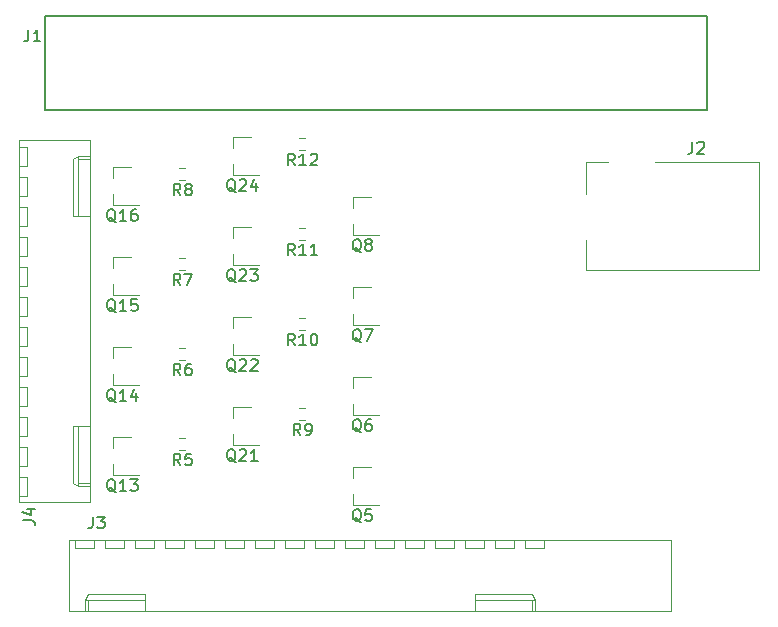
<source format=gto>
G04 #@! TF.FileFunction,Legend,Top*
%FSLAX46Y46*%
G04 Gerber Fmt 4.6, Leading zero omitted, Abs format (unit mm)*
G04 Created by KiCad (PCBNEW 4.0.7) date Tuesday, October 31, 2017 'AMt' 08:43:51 AM*
%MOMM*%
%LPD*%
G01*
G04 APERTURE LIST*
%ADD10C,0.100000*%
%ADD11C,0.150000*%
%ADD12C,0.120000*%
G04 APERTURE END LIST*
D10*
D11*
X84900000Y-59610000D02*
X84900000Y-51610000D01*
X140900000Y-59610000D02*
X84900000Y-59610000D01*
X140900000Y-51610000D02*
X140900000Y-59610000D01*
X84900000Y-51610000D02*
X140900000Y-51610000D01*
D12*
X106430000Y-63014000D02*
X106930000Y-63014000D01*
X106930000Y-61954000D02*
X106430000Y-61954000D01*
X106430000Y-70634000D02*
X106930000Y-70634000D01*
X106930000Y-69574000D02*
X106430000Y-69574000D01*
X106430000Y-78254000D02*
X106930000Y-78254000D01*
X106930000Y-77194000D02*
X106430000Y-77194000D01*
X106430000Y-85874000D02*
X106930000Y-85874000D01*
X106930000Y-84814000D02*
X106430000Y-84814000D01*
X96270000Y-65554000D02*
X96770000Y-65554000D01*
X96770000Y-64494000D02*
X96270000Y-64494000D01*
X96270000Y-73174000D02*
X96770000Y-73174000D01*
X96770000Y-72114000D02*
X96270000Y-72114000D01*
X96270000Y-80794000D02*
X96770000Y-80794000D01*
X96770000Y-79734000D02*
X96270000Y-79734000D01*
X96270000Y-88414000D02*
X96770000Y-88414000D01*
X96770000Y-87354000D02*
X96270000Y-87354000D01*
X100840000Y-61920000D02*
X100840000Y-62850000D01*
X100840000Y-65080000D02*
X100840000Y-64150000D01*
X100840000Y-65080000D02*
X103000000Y-65080000D01*
X100840000Y-61920000D02*
X102300000Y-61920000D01*
X100840000Y-69540000D02*
X100840000Y-70470000D01*
X100840000Y-72700000D02*
X100840000Y-71770000D01*
X100840000Y-72700000D02*
X103000000Y-72700000D01*
X100840000Y-69540000D02*
X102300000Y-69540000D01*
X100840000Y-77160000D02*
X100840000Y-78090000D01*
X100840000Y-80320000D02*
X100840000Y-79390000D01*
X100840000Y-80320000D02*
X103000000Y-80320000D01*
X100840000Y-77160000D02*
X102300000Y-77160000D01*
X100840000Y-84780000D02*
X100840000Y-85710000D01*
X100840000Y-87940000D02*
X100840000Y-87010000D01*
X100840000Y-87940000D02*
X103000000Y-87940000D01*
X100840000Y-84780000D02*
X102300000Y-84780000D01*
X90680000Y-64460000D02*
X90680000Y-65390000D01*
X90680000Y-67620000D02*
X90680000Y-66690000D01*
X90680000Y-67620000D02*
X92840000Y-67620000D01*
X90680000Y-64460000D02*
X92140000Y-64460000D01*
X90680000Y-72080000D02*
X90680000Y-73010000D01*
X90680000Y-75240000D02*
X90680000Y-74310000D01*
X90680000Y-75240000D02*
X92840000Y-75240000D01*
X90680000Y-72080000D02*
X92140000Y-72080000D01*
X90680000Y-79700000D02*
X90680000Y-80630000D01*
X90680000Y-82860000D02*
X90680000Y-81930000D01*
X90680000Y-82860000D02*
X92840000Y-82860000D01*
X90680000Y-79700000D02*
X92140000Y-79700000D01*
X90680000Y-87320000D02*
X90680000Y-88250000D01*
X90680000Y-90480000D02*
X90680000Y-89550000D01*
X90680000Y-90480000D02*
X92840000Y-90480000D01*
X90680000Y-87320000D02*
X92140000Y-87320000D01*
X111000000Y-67000000D02*
X111000000Y-67930000D01*
X111000000Y-70160000D02*
X111000000Y-69230000D01*
X111000000Y-70160000D02*
X113160000Y-70160000D01*
X111000000Y-67000000D02*
X112460000Y-67000000D01*
X111000000Y-74620000D02*
X111000000Y-75550000D01*
X111000000Y-77780000D02*
X111000000Y-76850000D01*
X111000000Y-77780000D02*
X113160000Y-77780000D01*
X111000000Y-74620000D02*
X112460000Y-74620000D01*
X111000000Y-82240000D02*
X111000000Y-83170000D01*
X111000000Y-85400000D02*
X111000000Y-84470000D01*
X111000000Y-85400000D02*
X113160000Y-85400000D01*
X111000000Y-82240000D02*
X112460000Y-82240000D01*
X111000000Y-89860000D02*
X111000000Y-90790000D01*
X111000000Y-93020000D02*
X111000000Y-92090000D01*
X111000000Y-93020000D02*
X113160000Y-93020000D01*
X111000000Y-89860000D02*
X112460000Y-89860000D01*
X82705000Y-92810000D02*
X88705000Y-92810000D01*
X88705000Y-92810000D02*
X88705000Y-62130000D01*
X88705000Y-62130000D02*
X82705000Y-62130000D01*
X82705000Y-62130000D02*
X82705000Y-92810000D01*
X88705000Y-91440000D02*
X87705000Y-91440000D01*
X87705000Y-91440000D02*
X87705000Y-86360000D01*
X87705000Y-86360000D02*
X88705000Y-86360000D01*
X87705000Y-91440000D02*
X87275000Y-91190000D01*
X87275000Y-91190000D02*
X87275000Y-86360000D01*
X87275000Y-86360000D02*
X87705000Y-86360000D01*
X88705000Y-91190000D02*
X87705000Y-91190000D01*
X88705000Y-63500000D02*
X87705000Y-63500000D01*
X87705000Y-63500000D02*
X87705000Y-68580000D01*
X87705000Y-68580000D02*
X88705000Y-68580000D01*
X87705000Y-63500000D02*
X87275000Y-63750000D01*
X87275000Y-63750000D02*
X87275000Y-68580000D01*
X87275000Y-68580000D02*
X87705000Y-68580000D01*
X88705000Y-63750000D02*
X87705000Y-63750000D01*
X82705000Y-92240000D02*
X83325000Y-92240000D01*
X83325000Y-92240000D02*
X83325000Y-90640000D01*
X83325000Y-90640000D02*
X82705000Y-90640000D01*
X82705000Y-89700000D02*
X83325000Y-89700000D01*
X83325000Y-89700000D02*
X83325000Y-88100000D01*
X83325000Y-88100000D02*
X82705000Y-88100000D01*
X82705000Y-87160000D02*
X83325000Y-87160000D01*
X83325000Y-87160000D02*
X83325000Y-85560000D01*
X83325000Y-85560000D02*
X82705000Y-85560000D01*
X82705000Y-84620000D02*
X83325000Y-84620000D01*
X83325000Y-84620000D02*
X83325000Y-83020000D01*
X83325000Y-83020000D02*
X82705000Y-83020000D01*
X82705000Y-82080000D02*
X83325000Y-82080000D01*
X83325000Y-82080000D02*
X83325000Y-80480000D01*
X83325000Y-80480000D02*
X82705000Y-80480000D01*
X82705000Y-79540000D02*
X83325000Y-79540000D01*
X83325000Y-79540000D02*
X83325000Y-77940000D01*
X83325000Y-77940000D02*
X82705000Y-77940000D01*
X82705000Y-77000000D02*
X83325000Y-77000000D01*
X83325000Y-77000000D02*
X83325000Y-75400000D01*
X83325000Y-75400000D02*
X82705000Y-75400000D01*
X82705000Y-74460000D02*
X83325000Y-74460000D01*
X83325000Y-74460000D02*
X83325000Y-72860000D01*
X83325000Y-72860000D02*
X82705000Y-72860000D01*
X82705000Y-71920000D02*
X83325000Y-71920000D01*
X83325000Y-71920000D02*
X83325000Y-70320000D01*
X83325000Y-70320000D02*
X82705000Y-70320000D01*
X82705000Y-69380000D02*
X83325000Y-69380000D01*
X83325000Y-69380000D02*
X83325000Y-67780000D01*
X83325000Y-67780000D02*
X82705000Y-67780000D01*
X82705000Y-66840000D02*
X83325000Y-66840000D01*
X83325000Y-66840000D02*
X83325000Y-65240000D01*
X83325000Y-65240000D02*
X82705000Y-65240000D01*
X82705000Y-64300000D02*
X83325000Y-64300000D01*
X83325000Y-64300000D02*
X83325000Y-62700000D01*
X83325000Y-62700000D02*
X82705000Y-62700000D01*
X86895000Y-96040000D02*
X86895000Y-102040000D01*
X86895000Y-102040000D02*
X137895000Y-102040000D01*
X137895000Y-102040000D02*
X137895000Y-96040000D01*
X137895000Y-96040000D02*
X86895000Y-96040000D01*
X88265000Y-102040000D02*
X88265000Y-101040000D01*
X88265000Y-101040000D02*
X93345000Y-101040000D01*
X93345000Y-101040000D02*
X93345000Y-102040000D01*
X88265000Y-101040000D02*
X88515000Y-100610000D01*
X88515000Y-100610000D02*
X93345000Y-100610000D01*
X93345000Y-100610000D02*
X93345000Y-101040000D01*
X88515000Y-102040000D02*
X88515000Y-101040000D01*
X126365000Y-102040000D02*
X126365000Y-101040000D01*
X126365000Y-101040000D02*
X121285000Y-101040000D01*
X121285000Y-101040000D02*
X121285000Y-102040000D01*
X126365000Y-101040000D02*
X126115000Y-100610000D01*
X126115000Y-100610000D02*
X121285000Y-100610000D01*
X121285000Y-100610000D02*
X121285000Y-101040000D01*
X126115000Y-102040000D02*
X126115000Y-101040000D01*
X87465000Y-96040000D02*
X87465000Y-96660000D01*
X87465000Y-96660000D02*
X89065000Y-96660000D01*
X89065000Y-96660000D02*
X89065000Y-96040000D01*
X90005000Y-96040000D02*
X90005000Y-96660000D01*
X90005000Y-96660000D02*
X91605000Y-96660000D01*
X91605000Y-96660000D02*
X91605000Y-96040000D01*
X92545000Y-96040000D02*
X92545000Y-96660000D01*
X92545000Y-96660000D02*
X94145000Y-96660000D01*
X94145000Y-96660000D02*
X94145000Y-96040000D01*
X95085000Y-96040000D02*
X95085000Y-96660000D01*
X95085000Y-96660000D02*
X96685000Y-96660000D01*
X96685000Y-96660000D02*
X96685000Y-96040000D01*
X97625000Y-96040000D02*
X97625000Y-96660000D01*
X97625000Y-96660000D02*
X99225000Y-96660000D01*
X99225000Y-96660000D02*
X99225000Y-96040000D01*
X100165000Y-96040000D02*
X100165000Y-96660000D01*
X100165000Y-96660000D02*
X101765000Y-96660000D01*
X101765000Y-96660000D02*
X101765000Y-96040000D01*
X102705000Y-96040000D02*
X102705000Y-96660000D01*
X102705000Y-96660000D02*
X104305000Y-96660000D01*
X104305000Y-96660000D02*
X104305000Y-96040000D01*
X105245000Y-96040000D02*
X105245000Y-96660000D01*
X105245000Y-96660000D02*
X106845000Y-96660000D01*
X106845000Y-96660000D02*
X106845000Y-96040000D01*
X107785000Y-96040000D02*
X107785000Y-96660000D01*
X107785000Y-96660000D02*
X109385000Y-96660000D01*
X109385000Y-96660000D02*
X109385000Y-96040000D01*
X110325000Y-96040000D02*
X110325000Y-96660000D01*
X110325000Y-96660000D02*
X111925000Y-96660000D01*
X111925000Y-96660000D02*
X111925000Y-96040000D01*
X112865000Y-96040000D02*
X112865000Y-96660000D01*
X112865000Y-96660000D02*
X114465000Y-96660000D01*
X114465000Y-96660000D02*
X114465000Y-96040000D01*
X115405000Y-96040000D02*
X115405000Y-96660000D01*
X115405000Y-96660000D02*
X117005000Y-96660000D01*
X117005000Y-96660000D02*
X117005000Y-96040000D01*
X117945000Y-96040000D02*
X117945000Y-96660000D01*
X117945000Y-96660000D02*
X119545000Y-96660000D01*
X119545000Y-96660000D02*
X119545000Y-96040000D01*
X120485000Y-96040000D02*
X120485000Y-96660000D01*
X120485000Y-96660000D02*
X122085000Y-96660000D01*
X122085000Y-96660000D02*
X122085000Y-96040000D01*
X123025000Y-96040000D02*
X123025000Y-96660000D01*
X123025000Y-96660000D02*
X124625000Y-96660000D01*
X124625000Y-96660000D02*
X124625000Y-96040000D01*
X125565000Y-96040000D02*
X125565000Y-96660000D01*
X125565000Y-96660000D02*
X127165000Y-96660000D01*
X127165000Y-96660000D02*
X127165000Y-96040000D01*
X136572000Y-63980000D02*
X145372000Y-63980000D01*
X145372000Y-63980000D02*
X145372000Y-73180000D01*
X130672000Y-66680000D02*
X130672000Y-63980000D01*
X130672000Y-63980000D02*
X132572000Y-63980000D01*
X145372000Y-73180000D02*
X130672000Y-73180000D01*
X130672000Y-73180000D02*
X130672000Y-70580000D01*
D11*
X83486667Y-52792381D02*
X83486667Y-53506667D01*
X83439047Y-53649524D01*
X83343809Y-53744762D01*
X83200952Y-53792381D01*
X83105714Y-53792381D01*
X84486667Y-53792381D02*
X83915238Y-53792381D01*
X84200952Y-53792381D02*
X84200952Y-52792381D01*
X84105714Y-52935238D01*
X84010476Y-53030476D01*
X83915238Y-53078095D01*
X106037143Y-64286381D02*
X105703809Y-63810190D01*
X105465714Y-64286381D02*
X105465714Y-63286381D01*
X105846667Y-63286381D01*
X105941905Y-63334000D01*
X105989524Y-63381619D01*
X106037143Y-63476857D01*
X106037143Y-63619714D01*
X105989524Y-63714952D01*
X105941905Y-63762571D01*
X105846667Y-63810190D01*
X105465714Y-63810190D01*
X106989524Y-64286381D02*
X106418095Y-64286381D01*
X106703809Y-64286381D02*
X106703809Y-63286381D01*
X106608571Y-63429238D01*
X106513333Y-63524476D01*
X106418095Y-63572095D01*
X107370476Y-63381619D02*
X107418095Y-63334000D01*
X107513333Y-63286381D01*
X107751429Y-63286381D01*
X107846667Y-63334000D01*
X107894286Y-63381619D01*
X107941905Y-63476857D01*
X107941905Y-63572095D01*
X107894286Y-63714952D01*
X107322857Y-64286381D01*
X107941905Y-64286381D01*
X106037143Y-71906381D02*
X105703809Y-71430190D01*
X105465714Y-71906381D02*
X105465714Y-70906381D01*
X105846667Y-70906381D01*
X105941905Y-70954000D01*
X105989524Y-71001619D01*
X106037143Y-71096857D01*
X106037143Y-71239714D01*
X105989524Y-71334952D01*
X105941905Y-71382571D01*
X105846667Y-71430190D01*
X105465714Y-71430190D01*
X106989524Y-71906381D02*
X106418095Y-71906381D01*
X106703809Y-71906381D02*
X106703809Y-70906381D01*
X106608571Y-71049238D01*
X106513333Y-71144476D01*
X106418095Y-71192095D01*
X107941905Y-71906381D02*
X107370476Y-71906381D01*
X107656190Y-71906381D02*
X107656190Y-70906381D01*
X107560952Y-71049238D01*
X107465714Y-71144476D01*
X107370476Y-71192095D01*
X106037143Y-79526381D02*
X105703809Y-79050190D01*
X105465714Y-79526381D02*
X105465714Y-78526381D01*
X105846667Y-78526381D01*
X105941905Y-78574000D01*
X105989524Y-78621619D01*
X106037143Y-78716857D01*
X106037143Y-78859714D01*
X105989524Y-78954952D01*
X105941905Y-79002571D01*
X105846667Y-79050190D01*
X105465714Y-79050190D01*
X106989524Y-79526381D02*
X106418095Y-79526381D01*
X106703809Y-79526381D02*
X106703809Y-78526381D01*
X106608571Y-78669238D01*
X106513333Y-78764476D01*
X106418095Y-78812095D01*
X107608571Y-78526381D02*
X107703810Y-78526381D01*
X107799048Y-78574000D01*
X107846667Y-78621619D01*
X107894286Y-78716857D01*
X107941905Y-78907333D01*
X107941905Y-79145429D01*
X107894286Y-79335905D01*
X107846667Y-79431143D01*
X107799048Y-79478762D01*
X107703810Y-79526381D01*
X107608571Y-79526381D01*
X107513333Y-79478762D01*
X107465714Y-79431143D01*
X107418095Y-79335905D01*
X107370476Y-79145429D01*
X107370476Y-78907333D01*
X107418095Y-78716857D01*
X107465714Y-78621619D01*
X107513333Y-78574000D01*
X107608571Y-78526381D01*
X106513334Y-87146381D02*
X106180000Y-86670190D01*
X105941905Y-87146381D02*
X105941905Y-86146381D01*
X106322858Y-86146381D01*
X106418096Y-86194000D01*
X106465715Y-86241619D01*
X106513334Y-86336857D01*
X106513334Y-86479714D01*
X106465715Y-86574952D01*
X106418096Y-86622571D01*
X106322858Y-86670190D01*
X105941905Y-86670190D01*
X106989524Y-87146381D02*
X107180000Y-87146381D01*
X107275239Y-87098762D01*
X107322858Y-87051143D01*
X107418096Y-86908286D01*
X107465715Y-86717810D01*
X107465715Y-86336857D01*
X107418096Y-86241619D01*
X107370477Y-86194000D01*
X107275239Y-86146381D01*
X107084762Y-86146381D01*
X106989524Y-86194000D01*
X106941905Y-86241619D01*
X106894286Y-86336857D01*
X106894286Y-86574952D01*
X106941905Y-86670190D01*
X106989524Y-86717810D01*
X107084762Y-86765429D01*
X107275239Y-86765429D01*
X107370477Y-86717810D01*
X107418096Y-86670190D01*
X107465715Y-86574952D01*
X96353334Y-66826381D02*
X96020000Y-66350190D01*
X95781905Y-66826381D02*
X95781905Y-65826381D01*
X96162858Y-65826381D01*
X96258096Y-65874000D01*
X96305715Y-65921619D01*
X96353334Y-66016857D01*
X96353334Y-66159714D01*
X96305715Y-66254952D01*
X96258096Y-66302571D01*
X96162858Y-66350190D01*
X95781905Y-66350190D01*
X96924762Y-66254952D02*
X96829524Y-66207333D01*
X96781905Y-66159714D01*
X96734286Y-66064476D01*
X96734286Y-66016857D01*
X96781905Y-65921619D01*
X96829524Y-65874000D01*
X96924762Y-65826381D01*
X97115239Y-65826381D01*
X97210477Y-65874000D01*
X97258096Y-65921619D01*
X97305715Y-66016857D01*
X97305715Y-66064476D01*
X97258096Y-66159714D01*
X97210477Y-66207333D01*
X97115239Y-66254952D01*
X96924762Y-66254952D01*
X96829524Y-66302571D01*
X96781905Y-66350190D01*
X96734286Y-66445429D01*
X96734286Y-66635905D01*
X96781905Y-66731143D01*
X96829524Y-66778762D01*
X96924762Y-66826381D01*
X97115239Y-66826381D01*
X97210477Y-66778762D01*
X97258096Y-66731143D01*
X97305715Y-66635905D01*
X97305715Y-66445429D01*
X97258096Y-66350190D01*
X97210477Y-66302571D01*
X97115239Y-66254952D01*
X96353334Y-74446381D02*
X96020000Y-73970190D01*
X95781905Y-74446381D02*
X95781905Y-73446381D01*
X96162858Y-73446381D01*
X96258096Y-73494000D01*
X96305715Y-73541619D01*
X96353334Y-73636857D01*
X96353334Y-73779714D01*
X96305715Y-73874952D01*
X96258096Y-73922571D01*
X96162858Y-73970190D01*
X95781905Y-73970190D01*
X96686667Y-73446381D02*
X97353334Y-73446381D01*
X96924762Y-74446381D01*
X96353334Y-82066381D02*
X96020000Y-81590190D01*
X95781905Y-82066381D02*
X95781905Y-81066381D01*
X96162858Y-81066381D01*
X96258096Y-81114000D01*
X96305715Y-81161619D01*
X96353334Y-81256857D01*
X96353334Y-81399714D01*
X96305715Y-81494952D01*
X96258096Y-81542571D01*
X96162858Y-81590190D01*
X95781905Y-81590190D01*
X97210477Y-81066381D02*
X97020000Y-81066381D01*
X96924762Y-81114000D01*
X96877143Y-81161619D01*
X96781905Y-81304476D01*
X96734286Y-81494952D01*
X96734286Y-81875905D01*
X96781905Y-81971143D01*
X96829524Y-82018762D01*
X96924762Y-82066381D01*
X97115239Y-82066381D01*
X97210477Y-82018762D01*
X97258096Y-81971143D01*
X97305715Y-81875905D01*
X97305715Y-81637810D01*
X97258096Y-81542571D01*
X97210477Y-81494952D01*
X97115239Y-81447333D01*
X96924762Y-81447333D01*
X96829524Y-81494952D01*
X96781905Y-81542571D01*
X96734286Y-81637810D01*
X96353334Y-89686381D02*
X96020000Y-89210190D01*
X95781905Y-89686381D02*
X95781905Y-88686381D01*
X96162858Y-88686381D01*
X96258096Y-88734000D01*
X96305715Y-88781619D01*
X96353334Y-88876857D01*
X96353334Y-89019714D01*
X96305715Y-89114952D01*
X96258096Y-89162571D01*
X96162858Y-89210190D01*
X95781905Y-89210190D01*
X97258096Y-88686381D02*
X96781905Y-88686381D01*
X96734286Y-89162571D01*
X96781905Y-89114952D01*
X96877143Y-89067333D01*
X97115239Y-89067333D01*
X97210477Y-89114952D01*
X97258096Y-89162571D01*
X97305715Y-89257810D01*
X97305715Y-89495905D01*
X97258096Y-89591143D01*
X97210477Y-89638762D01*
X97115239Y-89686381D01*
X96877143Y-89686381D01*
X96781905Y-89638762D01*
X96734286Y-89591143D01*
X101028572Y-66547619D02*
X100933334Y-66500000D01*
X100838096Y-66404762D01*
X100695239Y-66261905D01*
X100600000Y-66214286D01*
X100504762Y-66214286D01*
X100552381Y-66452381D02*
X100457143Y-66404762D01*
X100361905Y-66309524D01*
X100314286Y-66119048D01*
X100314286Y-65785714D01*
X100361905Y-65595238D01*
X100457143Y-65500000D01*
X100552381Y-65452381D01*
X100742858Y-65452381D01*
X100838096Y-65500000D01*
X100933334Y-65595238D01*
X100980953Y-65785714D01*
X100980953Y-66119048D01*
X100933334Y-66309524D01*
X100838096Y-66404762D01*
X100742858Y-66452381D01*
X100552381Y-66452381D01*
X101361905Y-65547619D02*
X101409524Y-65500000D01*
X101504762Y-65452381D01*
X101742858Y-65452381D01*
X101838096Y-65500000D01*
X101885715Y-65547619D01*
X101933334Y-65642857D01*
X101933334Y-65738095D01*
X101885715Y-65880952D01*
X101314286Y-66452381D01*
X101933334Y-66452381D01*
X102790477Y-65785714D02*
X102790477Y-66452381D01*
X102552381Y-65404762D02*
X102314286Y-66119048D01*
X102933334Y-66119048D01*
X101028572Y-74167619D02*
X100933334Y-74120000D01*
X100838096Y-74024762D01*
X100695239Y-73881905D01*
X100600000Y-73834286D01*
X100504762Y-73834286D01*
X100552381Y-74072381D02*
X100457143Y-74024762D01*
X100361905Y-73929524D01*
X100314286Y-73739048D01*
X100314286Y-73405714D01*
X100361905Y-73215238D01*
X100457143Y-73120000D01*
X100552381Y-73072381D01*
X100742858Y-73072381D01*
X100838096Y-73120000D01*
X100933334Y-73215238D01*
X100980953Y-73405714D01*
X100980953Y-73739048D01*
X100933334Y-73929524D01*
X100838096Y-74024762D01*
X100742858Y-74072381D01*
X100552381Y-74072381D01*
X101361905Y-73167619D02*
X101409524Y-73120000D01*
X101504762Y-73072381D01*
X101742858Y-73072381D01*
X101838096Y-73120000D01*
X101885715Y-73167619D01*
X101933334Y-73262857D01*
X101933334Y-73358095D01*
X101885715Y-73500952D01*
X101314286Y-74072381D01*
X101933334Y-74072381D01*
X102266667Y-73072381D02*
X102885715Y-73072381D01*
X102552381Y-73453333D01*
X102695239Y-73453333D01*
X102790477Y-73500952D01*
X102838096Y-73548571D01*
X102885715Y-73643810D01*
X102885715Y-73881905D01*
X102838096Y-73977143D01*
X102790477Y-74024762D01*
X102695239Y-74072381D01*
X102409524Y-74072381D01*
X102314286Y-74024762D01*
X102266667Y-73977143D01*
X101028572Y-81787619D02*
X100933334Y-81740000D01*
X100838096Y-81644762D01*
X100695239Y-81501905D01*
X100600000Y-81454286D01*
X100504762Y-81454286D01*
X100552381Y-81692381D02*
X100457143Y-81644762D01*
X100361905Y-81549524D01*
X100314286Y-81359048D01*
X100314286Y-81025714D01*
X100361905Y-80835238D01*
X100457143Y-80740000D01*
X100552381Y-80692381D01*
X100742858Y-80692381D01*
X100838096Y-80740000D01*
X100933334Y-80835238D01*
X100980953Y-81025714D01*
X100980953Y-81359048D01*
X100933334Y-81549524D01*
X100838096Y-81644762D01*
X100742858Y-81692381D01*
X100552381Y-81692381D01*
X101361905Y-80787619D02*
X101409524Y-80740000D01*
X101504762Y-80692381D01*
X101742858Y-80692381D01*
X101838096Y-80740000D01*
X101885715Y-80787619D01*
X101933334Y-80882857D01*
X101933334Y-80978095D01*
X101885715Y-81120952D01*
X101314286Y-81692381D01*
X101933334Y-81692381D01*
X102314286Y-80787619D02*
X102361905Y-80740000D01*
X102457143Y-80692381D01*
X102695239Y-80692381D01*
X102790477Y-80740000D01*
X102838096Y-80787619D01*
X102885715Y-80882857D01*
X102885715Y-80978095D01*
X102838096Y-81120952D01*
X102266667Y-81692381D01*
X102885715Y-81692381D01*
X101028572Y-89407619D02*
X100933334Y-89360000D01*
X100838096Y-89264762D01*
X100695239Y-89121905D01*
X100600000Y-89074286D01*
X100504762Y-89074286D01*
X100552381Y-89312381D02*
X100457143Y-89264762D01*
X100361905Y-89169524D01*
X100314286Y-88979048D01*
X100314286Y-88645714D01*
X100361905Y-88455238D01*
X100457143Y-88360000D01*
X100552381Y-88312381D01*
X100742858Y-88312381D01*
X100838096Y-88360000D01*
X100933334Y-88455238D01*
X100980953Y-88645714D01*
X100980953Y-88979048D01*
X100933334Y-89169524D01*
X100838096Y-89264762D01*
X100742858Y-89312381D01*
X100552381Y-89312381D01*
X101361905Y-88407619D02*
X101409524Y-88360000D01*
X101504762Y-88312381D01*
X101742858Y-88312381D01*
X101838096Y-88360000D01*
X101885715Y-88407619D01*
X101933334Y-88502857D01*
X101933334Y-88598095D01*
X101885715Y-88740952D01*
X101314286Y-89312381D01*
X101933334Y-89312381D01*
X102885715Y-89312381D02*
X102314286Y-89312381D01*
X102600000Y-89312381D02*
X102600000Y-88312381D01*
X102504762Y-88455238D01*
X102409524Y-88550476D01*
X102314286Y-88598095D01*
X90868572Y-69087619D02*
X90773334Y-69040000D01*
X90678096Y-68944762D01*
X90535239Y-68801905D01*
X90440000Y-68754286D01*
X90344762Y-68754286D01*
X90392381Y-68992381D02*
X90297143Y-68944762D01*
X90201905Y-68849524D01*
X90154286Y-68659048D01*
X90154286Y-68325714D01*
X90201905Y-68135238D01*
X90297143Y-68040000D01*
X90392381Y-67992381D01*
X90582858Y-67992381D01*
X90678096Y-68040000D01*
X90773334Y-68135238D01*
X90820953Y-68325714D01*
X90820953Y-68659048D01*
X90773334Y-68849524D01*
X90678096Y-68944762D01*
X90582858Y-68992381D01*
X90392381Y-68992381D01*
X91773334Y-68992381D02*
X91201905Y-68992381D01*
X91487619Y-68992381D02*
X91487619Y-67992381D01*
X91392381Y-68135238D01*
X91297143Y-68230476D01*
X91201905Y-68278095D01*
X92630477Y-67992381D02*
X92440000Y-67992381D01*
X92344762Y-68040000D01*
X92297143Y-68087619D01*
X92201905Y-68230476D01*
X92154286Y-68420952D01*
X92154286Y-68801905D01*
X92201905Y-68897143D01*
X92249524Y-68944762D01*
X92344762Y-68992381D01*
X92535239Y-68992381D01*
X92630477Y-68944762D01*
X92678096Y-68897143D01*
X92725715Y-68801905D01*
X92725715Y-68563810D01*
X92678096Y-68468571D01*
X92630477Y-68420952D01*
X92535239Y-68373333D01*
X92344762Y-68373333D01*
X92249524Y-68420952D01*
X92201905Y-68468571D01*
X92154286Y-68563810D01*
X90868572Y-76707619D02*
X90773334Y-76660000D01*
X90678096Y-76564762D01*
X90535239Y-76421905D01*
X90440000Y-76374286D01*
X90344762Y-76374286D01*
X90392381Y-76612381D02*
X90297143Y-76564762D01*
X90201905Y-76469524D01*
X90154286Y-76279048D01*
X90154286Y-75945714D01*
X90201905Y-75755238D01*
X90297143Y-75660000D01*
X90392381Y-75612381D01*
X90582858Y-75612381D01*
X90678096Y-75660000D01*
X90773334Y-75755238D01*
X90820953Y-75945714D01*
X90820953Y-76279048D01*
X90773334Y-76469524D01*
X90678096Y-76564762D01*
X90582858Y-76612381D01*
X90392381Y-76612381D01*
X91773334Y-76612381D02*
X91201905Y-76612381D01*
X91487619Y-76612381D02*
X91487619Y-75612381D01*
X91392381Y-75755238D01*
X91297143Y-75850476D01*
X91201905Y-75898095D01*
X92678096Y-75612381D02*
X92201905Y-75612381D01*
X92154286Y-76088571D01*
X92201905Y-76040952D01*
X92297143Y-75993333D01*
X92535239Y-75993333D01*
X92630477Y-76040952D01*
X92678096Y-76088571D01*
X92725715Y-76183810D01*
X92725715Y-76421905D01*
X92678096Y-76517143D01*
X92630477Y-76564762D01*
X92535239Y-76612381D01*
X92297143Y-76612381D01*
X92201905Y-76564762D01*
X92154286Y-76517143D01*
X90868572Y-84327619D02*
X90773334Y-84280000D01*
X90678096Y-84184762D01*
X90535239Y-84041905D01*
X90440000Y-83994286D01*
X90344762Y-83994286D01*
X90392381Y-84232381D02*
X90297143Y-84184762D01*
X90201905Y-84089524D01*
X90154286Y-83899048D01*
X90154286Y-83565714D01*
X90201905Y-83375238D01*
X90297143Y-83280000D01*
X90392381Y-83232381D01*
X90582858Y-83232381D01*
X90678096Y-83280000D01*
X90773334Y-83375238D01*
X90820953Y-83565714D01*
X90820953Y-83899048D01*
X90773334Y-84089524D01*
X90678096Y-84184762D01*
X90582858Y-84232381D01*
X90392381Y-84232381D01*
X91773334Y-84232381D02*
X91201905Y-84232381D01*
X91487619Y-84232381D02*
X91487619Y-83232381D01*
X91392381Y-83375238D01*
X91297143Y-83470476D01*
X91201905Y-83518095D01*
X92630477Y-83565714D02*
X92630477Y-84232381D01*
X92392381Y-83184762D02*
X92154286Y-83899048D01*
X92773334Y-83899048D01*
X90868572Y-91947619D02*
X90773334Y-91900000D01*
X90678096Y-91804762D01*
X90535239Y-91661905D01*
X90440000Y-91614286D01*
X90344762Y-91614286D01*
X90392381Y-91852381D02*
X90297143Y-91804762D01*
X90201905Y-91709524D01*
X90154286Y-91519048D01*
X90154286Y-91185714D01*
X90201905Y-90995238D01*
X90297143Y-90900000D01*
X90392381Y-90852381D01*
X90582858Y-90852381D01*
X90678096Y-90900000D01*
X90773334Y-90995238D01*
X90820953Y-91185714D01*
X90820953Y-91519048D01*
X90773334Y-91709524D01*
X90678096Y-91804762D01*
X90582858Y-91852381D01*
X90392381Y-91852381D01*
X91773334Y-91852381D02*
X91201905Y-91852381D01*
X91487619Y-91852381D02*
X91487619Y-90852381D01*
X91392381Y-90995238D01*
X91297143Y-91090476D01*
X91201905Y-91138095D01*
X92106667Y-90852381D02*
X92725715Y-90852381D01*
X92392381Y-91233333D01*
X92535239Y-91233333D01*
X92630477Y-91280952D01*
X92678096Y-91328571D01*
X92725715Y-91423810D01*
X92725715Y-91661905D01*
X92678096Y-91757143D01*
X92630477Y-91804762D01*
X92535239Y-91852381D01*
X92249524Y-91852381D01*
X92154286Y-91804762D01*
X92106667Y-91757143D01*
X111664762Y-71627619D02*
X111569524Y-71580000D01*
X111474286Y-71484762D01*
X111331429Y-71341905D01*
X111236190Y-71294286D01*
X111140952Y-71294286D01*
X111188571Y-71532381D02*
X111093333Y-71484762D01*
X110998095Y-71389524D01*
X110950476Y-71199048D01*
X110950476Y-70865714D01*
X110998095Y-70675238D01*
X111093333Y-70580000D01*
X111188571Y-70532381D01*
X111379048Y-70532381D01*
X111474286Y-70580000D01*
X111569524Y-70675238D01*
X111617143Y-70865714D01*
X111617143Y-71199048D01*
X111569524Y-71389524D01*
X111474286Y-71484762D01*
X111379048Y-71532381D01*
X111188571Y-71532381D01*
X112188571Y-70960952D02*
X112093333Y-70913333D01*
X112045714Y-70865714D01*
X111998095Y-70770476D01*
X111998095Y-70722857D01*
X112045714Y-70627619D01*
X112093333Y-70580000D01*
X112188571Y-70532381D01*
X112379048Y-70532381D01*
X112474286Y-70580000D01*
X112521905Y-70627619D01*
X112569524Y-70722857D01*
X112569524Y-70770476D01*
X112521905Y-70865714D01*
X112474286Y-70913333D01*
X112379048Y-70960952D01*
X112188571Y-70960952D01*
X112093333Y-71008571D01*
X112045714Y-71056190D01*
X111998095Y-71151429D01*
X111998095Y-71341905D01*
X112045714Y-71437143D01*
X112093333Y-71484762D01*
X112188571Y-71532381D01*
X112379048Y-71532381D01*
X112474286Y-71484762D01*
X112521905Y-71437143D01*
X112569524Y-71341905D01*
X112569524Y-71151429D01*
X112521905Y-71056190D01*
X112474286Y-71008571D01*
X112379048Y-70960952D01*
X111664762Y-79247619D02*
X111569524Y-79200000D01*
X111474286Y-79104762D01*
X111331429Y-78961905D01*
X111236190Y-78914286D01*
X111140952Y-78914286D01*
X111188571Y-79152381D02*
X111093333Y-79104762D01*
X110998095Y-79009524D01*
X110950476Y-78819048D01*
X110950476Y-78485714D01*
X110998095Y-78295238D01*
X111093333Y-78200000D01*
X111188571Y-78152381D01*
X111379048Y-78152381D01*
X111474286Y-78200000D01*
X111569524Y-78295238D01*
X111617143Y-78485714D01*
X111617143Y-78819048D01*
X111569524Y-79009524D01*
X111474286Y-79104762D01*
X111379048Y-79152381D01*
X111188571Y-79152381D01*
X111950476Y-78152381D02*
X112617143Y-78152381D01*
X112188571Y-79152381D01*
X111664762Y-86867619D02*
X111569524Y-86820000D01*
X111474286Y-86724762D01*
X111331429Y-86581905D01*
X111236190Y-86534286D01*
X111140952Y-86534286D01*
X111188571Y-86772381D02*
X111093333Y-86724762D01*
X110998095Y-86629524D01*
X110950476Y-86439048D01*
X110950476Y-86105714D01*
X110998095Y-85915238D01*
X111093333Y-85820000D01*
X111188571Y-85772381D01*
X111379048Y-85772381D01*
X111474286Y-85820000D01*
X111569524Y-85915238D01*
X111617143Y-86105714D01*
X111617143Y-86439048D01*
X111569524Y-86629524D01*
X111474286Y-86724762D01*
X111379048Y-86772381D01*
X111188571Y-86772381D01*
X112474286Y-85772381D02*
X112283809Y-85772381D01*
X112188571Y-85820000D01*
X112140952Y-85867619D01*
X112045714Y-86010476D01*
X111998095Y-86200952D01*
X111998095Y-86581905D01*
X112045714Y-86677143D01*
X112093333Y-86724762D01*
X112188571Y-86772381D01*
X112379048Y-86772381D01*
X112474286Y-86724762D01*
X112521905Y-86677143D01*
X112569524Y-86581905D01*
X112569524Y-86343810D01*
X112521905Y-86248571D01*
X112474286Y-86200952D01*
X112379048Y-86153333D01*
X112188571Y-86153333D01*
X112093333Y-86200952D01*
X112045714Y-86248571D01*
X111998095Y-86343810D01*
X111664762Y-94487619D02*
X111569524Y-94440000D01*
X111474286Y-94344762D01*
X111331429Y-94201905D01*
X111236190Y-94154286D01*
X111140952Y-94154286D01*
X111188571Y-94392381D02*
X111093333Y-94344762D01*
X110998095Y-94249524D01*
X110950476Y-94059048D01*
X110950476Y-93725714D01*
X110998095Y-93535238D01*
X111093333Y-93440000D01*
X111188571Y-93392381D01*
X111379048Y-93392381D01*
X111474286Y-93440000D01*
X111569524Y-93535238D01*
X111617143Y-93725714D01*
X111617143Y-94059048D01*
X111569524Y-94249524D01*
X111474286Y-94344762D01*
X111379048Y-94392381D01*
X111188571Y-94392381D01*
X112521905Y-93392381D02*
X112045714Y-93392381D01*
X111998095Y-93868571D01*
X112045714Y-93820952D01*
X112140952Y-93773333D01*
X112379048Y-93773333D01*
X112474286Y-93820952D01*
X112521905Y-93868571D01*
X112569524Y-93963810D01*
X112569524Y-94201905D01*
X112521905Y-94297143D01*
X112474286Y-94344762D01*
X112379048Y-94392381D01*
X112140952Y-94392381D01*
X112045714Y-94344762D01*
X111998095Y-94297143D01*
X83018381Y-94313333D02*
X83732667Y-94313333D01*
X83875524Y-94360953D01*
X83970762Y-94456191D01*
X84018381Y-94599048D01*
X84018381Y-94694286D01*
X83351714Y-93408571D02*
X84018381Y-93408571D01*
X82970762Y-93646667D02*
X83685048Y-93884762D01*
X83685048Y-93265714D01*
X88931667Y-94012381D02*
X88931667Y-94726667D01*
X88884047Y-94869524D01*
X88788809Y-94964762D01*
X88645952Y-95012381D01*
X88550714Y-95012381D01*
X89312619Y-94012381D02*
X89931667Y-94012381D01*
X89598333Y-94393333D01*
X89741191Y-94393333D01*
X89836429Y-94440952D01*
X89884048Y-94488571D01*
X89931667Y-94583810D01*
X89931667Y-94821905D01*
X89884048Y-94917143D01*
X89836429Y-94964762D01*
X89741191Y-95012381D01*
X89455476Y-95012381D01*
X89360238Y-94964762D01*
X89312619Y-94917143D01*
X139688667Y-62282381D02*
X139688667Y-62996667D01*
X139641047Y-63139524D01*
X139545809Y-63234762D01*
X139402952Y-63282381D01*
X139307714Y-63282381D01*
X140117238Y-62377619D02*
X140164857Y-62330000D01*
X140260095Y-62282381D01*
X140498191Y-62282381D01*
X140593429Y-62330000D01*
X140641048Y-62377619D01*
X140688667Y-62472857D01*
X140688667Y-62568095D01*
X140641048Y-62710952D01*
X140069619Y-63282381D01*
X140688667Y-63282381D01*
M02*

</source>
